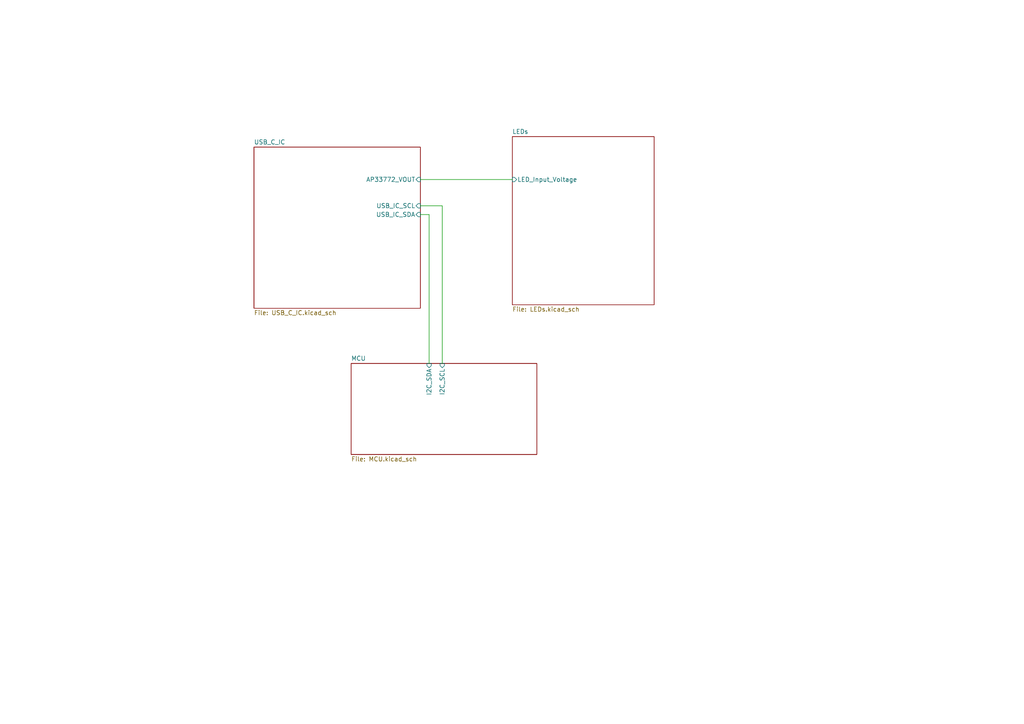
<source format=kicad_sch>
(kicad_sch
	(version 20250114)
	(generator "eeschema")
	(generator_version "9.0")
	(uuid "df06901f-4c94-45fd-9b10-d1e99011d9f7")
	(paper "A4")
	(lib_symbols)
	(wire
		(pts
			(xy 128.27 59.69) (xy 121.92 59.69)
		)
		(stroke
			(width 0)
			(type default)
		)
		(uuid "2cc6f416-ee10-4434-b8e2-9093f2c5cfea")
	)
	(wire
		(pts
			(xy 121.92 62.23) (xy 124.46 62.23)
		)
		(stroke
			(width 0)
			(type default)
		)
		(uuid "37e9536e-de77-4c3b-b4e7-c854bbaec81c")
	)
	(wire
		(pts
			(xy 121.92 52.07) (xy 148.59 52.07)
		)
		(stroke
			(width 0)
			(type default)
		)
		(uuid "d4fc5efc-b544-440c-a7ae-139cbef75792")
	)
	(wire
		(pts
			(xy 124.46 62.23) (xy 124.46 105.41)
		)
		(stroke
			(width 0)
			(type default)
		)
		(uuid "e44ff12d-584e-4f06-982c-9a5cc4f88058")
	)
	(wire
		(pts
			(xy 128.27 105.41) (xy 128.27 59.69)
		)
		(stroke
			(width 0)
			(type default)
		)
		(uuid "f022762d-9a57-4fb9-891d-0554a8cbbb6d")
	)
	(sheet
		(at 73.66 42.672)
		(size 48.26 46.736)
		(exclude_from_sim no)
		(in_bom yes)
		(on_board yes)
		(dnp no)
		(fields_autoplaced yes)
		(stroke
			(width 0.1524)
			(type solid)
		)
		(fill
			(color 0 0 0 0.0000)
		)
		(uuid "1a8e9fa9-bdc7-4e76-ae1e-541b968b9dcd")
		(property "Sheetname" "USB_C_IC"
			(at 73.66 41.9604 0)
			(effects
				(font
					(size 1.27 1.27)
				)
				(justify left bottom)
			)
		)
		(property "Sheetfile" "USB_C_IC.kicad_sch"
			(at 73.66 89.9926 0)
			(effects
				(font
					(size 1.27 1.27)
				)
				(justify left top)
			)
		)
		(pin "AP33772_VOUT" input
			(at 121.92 52.07 0)
			(uuid "2437e9d4-0754-4165-bd3e-5fd971427600")
			(effects
				(font
					(size 1.27 1.27)
				)
				(justify right)
			)
		)
		(pin "USB_IC_SCL" input
			(at 121.92 59.69 0)
			(uuid "09ece97b-e79c-4b6e-a0e2-5285739739e2")
			(effects
				(font
					(size 1.27 1.27)
				)
				(justify right)
			)
		)
		(pin "USB_IC_SDA" input
			(at 121.92 62.23 0)
			(uuid "9660196a-4a01-4385-a94f-df076a4c0bef")
			(effects
				(font
					(size 1.27 1.27)
				)
				(justify right)
			)
		)
		(instances
			(project "USBC_Light_Simple"
				(path "/df06901f-4c94-45fd-9b10-d1e99011d9f7"
					(page "2")
				)
			)
		)
	)
	(sheet
		(at 101.854 105.41)
		(size 53.848 26.416)
		(exclude_from_sim no)
		(in_bom yes)
		(on_board yes)
		(dnp no)
		(fields_autoplaced yes)
		(stroke
			(width 0.1524)
			(type solid)
		)
		(fill
			(color 0 0 0 0.0000)
		)
		(uuid "56ee7f03-263b-49ea-8bad-dbbcc86dabc8")
		(property "Sheetname" "MCU"
			(at 101.854 104.6984 0)
			(effects
				(font
					(size 1.27 1.27)
				)
				(justify left bottom)
			)
		)
		(property "Sheetfile" "MCU.kicad_sch"
			(at 101.854 132.4106 0)
			(effects
				(font
					(size 1.27 1.27)
				)
				(justify left top)
			)
		)
		(pin "I2C_SCL" input
			(at 128.27 105.41 90)
			(uuid "db597e20-b23d-4dae-bfe6-61ccfe2b65e6")
			(effects
				(font
					(size 1.27 1.27)
				)
				(justify right)
			)
		)
		(pin "I2C_SDA" input
			(at 124.46 105.41 90)
			(uuid "cc1763fc-f617-462e-b4d4-c052050d5ff4")
			(effects
				(font
					(size 1.27 1.27)
				)
				(justify right)
			)
		)
		(instances
			(project "USBC_Light_Simple"
				(path "/df06901f-4c94-45fd-9b10-d1e99011d9f7"
					(page "4")
				)
			)
		)
	)
	(sheet
		(at 148.59 39.624)
		(size 41.148 48.768)
		(exclude_from_sim no)
		(in_bom yes)
		(on_board yes)
		(dnp no)
		(fields_autoplaced yes)
		(stroke
			(width 0.1524)
			(type solid)
		)
		(fill
			(color 0 0 0 0.0000)
		)
		(uuid "97ed1d27-543b-4ffe-a82a-b5ff7e3d7e72")
		(property "Sheetname" "LEDs"
			(at 148.59 38.9124 0)
			(effects
				(font
					(size 1.27 1.27)
				)
				(justify left bottom)
			)
		)
		(property "Sheetfile" "LEDs.kicad_sch"
			(at 148.59 88.9766 0)
			(effects
				(font
					(size 1.27 1.27)
				)
				(justify left top)
			)
		)
		(pin "LED_Input_Voltage" input
			(at 148.59 52.07 180)
			(uuid "3f47aee8-536f-4b2c-a7d7-afdfb6767bae")
			(effects
				(font
					(size 1.27 1.27)
				)
				(justify left)
			)
		)
		(instances
			(project "USBC_Light_Simple"
				(path "/df06901f-4c94-45fd-9b10-d1e99011d9f7"
					(page "3")
				)
			)
		)
	)
	(sheet_instances
		(path "/"
			(page "1")
		)
	)
	(embedded_fonts no)
)

</source>
